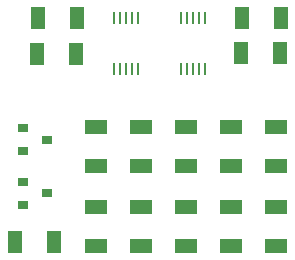
<source format=gbr>
G04 #@! TF.GenerationSoftware,KiCad,Pcbnew,(5.1.5-0-10_14)*
G04 #@! TF.CreationDate,2020-07-06T12:55:30+02:00*
G04 #@! TF.ProjectId,smartcitizen-adc-8ch,736d6172-7463-4697-9469-7a656e2d6164,rev?*
G04 #@! TF.SameCoordinates,Original*
G04 #@! TF.FileFunction,Paste,Top*
G04 #@! TF.FilePolarity,Positive*
%FSLAX46Y46*%
G04 Gerber Fmt 4.6, Leading zero omitted, Abs format (unit mm)*
G04 Created by KiCad (PCBNEW (5.1.5-0-10_14)) date 2020-07-06 12:55:30*
%MOMM*%
%LPD*%
G04 APERTURE LIST*
%ADD10R,1.905000X1.270000*%
%ADD11R,1.270000X1.905000*%
%ADD12R,0.889000X0.787400*%
%ADD13R,0.250000X1.100000*%
G04 APERTURE END LIST*
D10*
X147066000Y-108153200D03*
X147066000Y-111455200D03*
X162267900Y-108153200D03*
X162267900Y-111455200D03*
D11*
X140144500Y-111112300D03*
X143446500Y-111112300D03*
D10*
X158467425Y-111455200D03*
X158467425Y-108153200D03*
X154666950Y-111455200D03*
X154666950Y-108153200D03*
D11*
X162674300Y-92087700D03*
X159372300Y-92087700D03*
X162636200Y-95097600D03*
X159334200Y-95097600D03*
X142049500Y-95211900D03*
X145351500Y-95211900D03*
X145402300Y-92087700D03*
X142100300Y-92087700D03*
D10*
X154666950Y-101384100D03*
X154666950Y-104686100D03*
X158467425Y-104686100D03*
X158467425Y-101384100D03*
X150866475Y-101384100D03*
X150866475Y-104686100D03*
X162267900Y-104686100D03*
X162267900Y-101384100D03*
D12*
X140855700Y-106006900D03*
X140855700Y-107937300D03*
X142887700Y-106972100D03*
X140855700Y-101473000D03*
X140855700Y-103403400D03*
X142887700Y-102438200D03*
D13*
X148606000Y-92122100D03*
X149106000Y-92122100D03*
X149606000Y-92122100D03*
X150106000Y-92122100D03*
X150606000Y-92122100D03*
X150606000Y-96422100D03*
X150106000Y-96422100D03*
X149606000Y-96422100D03*
X149106000Y-96422100D03*
X148606000Y-96422100D03*
X154270200Y-92160200D03*
X154770200Y-92160200D03*
X155270200Y-92160200D03*
X155770200Y-92160200D03*
X156270200Y-92160200D03*
X156270200Y-96460200D03*
X155770200Y-96460200D03*
X155270200Y-96460200D03*
X154770200Y-96460200D03*
X154270200Y-96460200D03*
D10*
X147066000Y-101384100D03*
X147066000Y-104686100D03*
X150866475Y-108153200D03*
X150866475Y-111455200D03*
M02*

</source>
